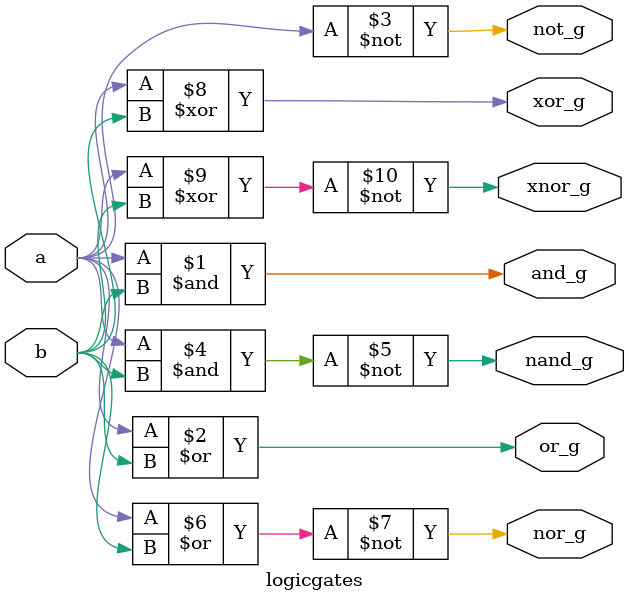
<source format=v>
`timescale 1ns / 1ps 

module logicgates(
  input a,b,
  output and_g ,
  output or_g,
  output not_g ,
  output nand_g ,
  output nor_g ,
  output xor_g ,
  output xnor_g 
  
);
  
  assign and_g = a & b ;
  assign  or_g  = a | b ;
  assign not_g  = ~ a;
  assign nand_g  = ~(a & b) ;
  assign  nor_g  = ~(a | b) ;
  assign  xor_g  = a ^ b;
  assign  xnor_g = ~(a ^ b) ;
  
endmodule 
  
  
</source>
